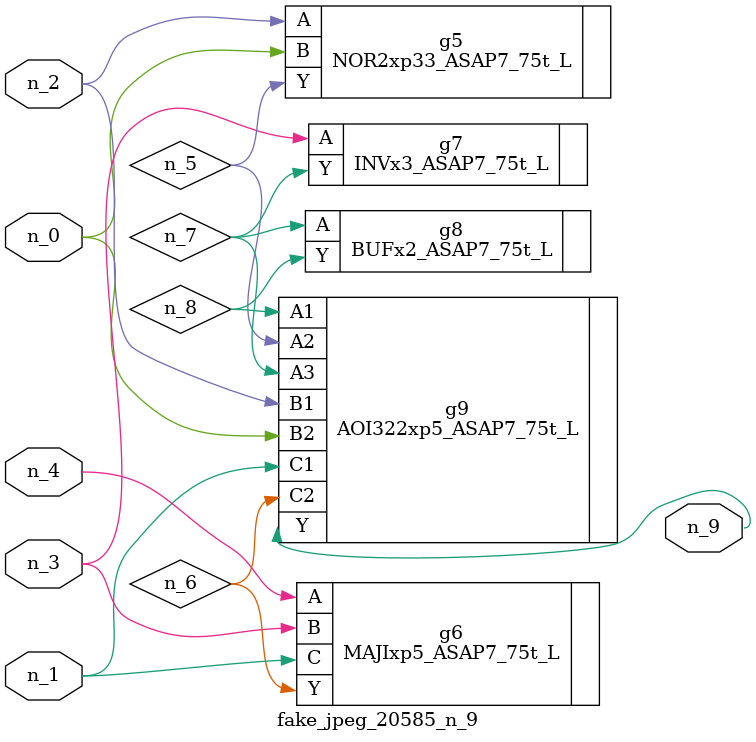
<source format=v>
module fake_jpeg_20585_n_9 (n_3, n_2, n_1, n_0, n_4, n_9);

input n_3;
input n_2;
input n_1;
input n_0;
input n_4;

output n_9;

wire n_8;
wire n_6;
wire n_5;
wire n_7;

NOR2xp33_ASAP7_75t_L g5 ( 
.A(n_2),
.B(n_0),
.Y(n_5)
);

MAJIxp5_ASAP7_75t_L g6 ( 
.A(n_4),
.B(n_3),
.C(n_1),
.Y(n_6)
);

INVx3_ASAP7_75t_L g7 ( 
.A(n_3),
.Y(n_7)
);

BUFx2_ASAP7_75t_L g8 ( 
.A(n_7),
.Y(n_8)
);

AOI322xp5_ASAP7_75t_L g9 ( 
.A1(n_8),
.A2(n_5),
.A3(n_7),
.B1(n_2),
.B2(n_0),
.C1(n_1),
.C2(n_6),
.Y(n_9)
);


endmodule
</source>
